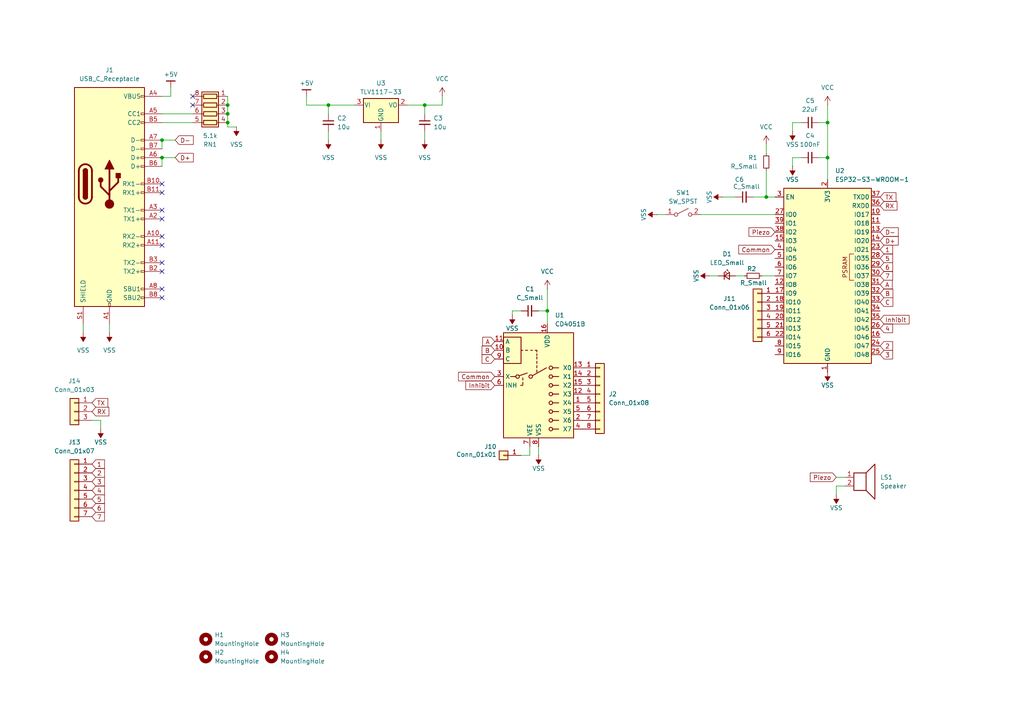
<source format=kicad_sch>
(kicad_sch (version 20231120) (generator "eeschema") (generator_version "8.0")
  (paper "A4")
  (lib_symbols
    (symbol "Analog_Switch:CD4051B"
      (property "Reference" "U" (at -10.16 16.51 0))
      (property "Value" "CD4051B" (at 3.81 16.51 0))
      (symbol "CD4051B_0_1"
        (rectangle (start -10.16 6.35) (end -5.08 13.97) (stroke (width 0.254)))
        (rectangle (start -10.16 15.24) (end 10.16 -15.24) (stroke (width 0.254)) (fill (type background)))
        (circle (center -6.096 2.54) (radius 0.508) (stroke (width 0.254)))
        (circle (center -2.286 2.54) (radius 0.508) (stroke (width 0.254)))
        (polyline (pts (xy -8.128 2.54) (xy -6.604 2.54)) (stroke (width 0.254)))
        (polyline (pts (xy -5.588 2.794) (xy -3.302 3.556)) (stroke (width 0.254)))
        (polyline (pts (xy -4.572 0) (xy -5.207 0)) (stroke (width 0.254)))
        (polyline (pts (xy -4.572 0.254) (xy -4.572 0.889)) (stroke (width 0.254)))
        (polyline (pts (xy -4.572 1.524) (xy -4.572 2.159)) (stroke (width 0.254)))
        (polyline (pts (xy -4.572 10.16) (xy -5.08 10.16)) (stroke (width 0.254)))
        (polyline (pts (xy -3.81 10.16) (xy -3.175 10.16)) (stroke (width 0.254)))
        (polyline (pts (xy -1.778 2.794) (xy 2.286 5.08)) (stroke (width 0.254)))
        (polyline (pts (xy -1.778 10.16) (xy -2.286 10.16)) (stroke (width 0.254)))
        (polyline (pts (xy -0.508 3.81) (xy -0.508 4.445)) (stroke (width 0.254)))
        (polyline (pts (xy -0.508 5.08) (xy -0.508 5.715)) (stroke (width 0.254)))
        (polyline (pts (xy -0.508 6.35) (xy -0.508 6.985)) (stroke (width 0.254)))
        (polyline (pts (xy -0.508 7.62) (xy -0.508 8.255)) (stroke (width 0.254)))
        (polyline (pts (xy -0.508 8.636) (xy -0.508 9.144)) (stroke (width 0.254)))
        (polyline (pts (xy -0.508 9.652) (xy -0.508 10.16)) (stroke (width 0.254)))
        (polyline (pts (xy -0.508 10.16) (xy -1.016 10.16)) (stroke (width 0.254)))
        (polyline (pts (xy 4.064 -12.7) (xy 5.842 -12.7)) (stroke (width 0.254)))
        (polyline (pts (xy 4.064 -10.16) (xy 5.842 -10.16)) (stroke (width 0.254)))
        (polyline (pts (xy 4.064 -7.62) (xy 5.842 -7.62)) (stroke (width 0.254)))
        (polyline (pts (xy 4.064 -5.08) (xy 5.842 -5.08)) (stroke (width 0.254)))
        (polyline (pts (xy 4.064 -2.54) (xy 5.842 -2.54)) (stroke (width 0.254)))
        (polyline (pts (xy 4.064 0) (xy 5.842 0)) (stroke (width 0.254)))
        (polyline (pts (xy 4.064 2.54) (xy 5.842 2.54)) (stroke (width 0.254)))
        (polyline (pts (xy 4.064 5.08) (xy 5.842 5.08)) (stroke (width 0.254)))
        (circle (center 3.556 -12.7) (radius 0.508) (stroke (width 0.254)))
        (circle (center 3.556 -10.16) (radius 0.508) (stroke (width 0.254)))
        (circle (center 3.556 -7.62) (radius 0.508) (stroke (width 0.254)))
        (circle (center 3.556 -5.08) (radius 0.508) (stroke (width 0.254)))
        (circle (center 3.556 -2.54) (radius 0.508) (stroke (width 0.254)))
        (circle (center 3.556 0) (radius 0.508) (stroke (width 0.254)))
        (circle (center 3.556 2.54) (radius 0.508) (stroke (width 0.254)))
        (circle (center 3.556 5.08) (radius 0.508) (stroke (width 0.254)))
      )
      (symbol "CD4051B_1_1"
        (pin bidirectional line (at 12.7 -5.08 180) (length 2.54) (name "X4") (number "1"))
        (pin input line (at -12.7 10.16 0) (length 2.54) (name "B") (number "10"))
        (pin input line (at -12.7 12.7 0) (length 2.54) (name "A") (number "11"))
        (pin bidirectional line (at 12.7 -2.54 180) (length 2.54) (name "X3") (number "12"))
        (pin bidirectional line (at 12.7 5.08 180) (length 2.54) (name "X0") (number "13"))
        (pin bidirectional line (at 12.7 2.54 180) (length 2.54) (name "X1") (number "14"))
        (pin bidirectional line (at 12.7 0 180) (length 2.54) (name "X2") (number "15"))
        (pin power_in line (at 2.54 17.78 270) (length 2.54) (name "VDD") (number "16"))
        (pin bidirectional line (at 12.7 -10.16 180) (length 2.54) (name "X6") (number "2"))
        (pin bidirectional line (at -12.7 2.54 0) (length 2.54) (name "X") (number "3"))
        (pin bidirectional line (at 12.7 -12.7 180) (length 2.54) (name "X7") (number "4"))
        (pin bidirectional line (at 12.7 -7.62 180) (length 2.54) (name "X5") (number "5"))
        (pin input line (at -12.7 0 0) (length 2.54) (name "INH") (number "6"))
        (pin power_in line (at -2.54 -17.78 90) (length 2.54) (name "VEE") (number "7"))
        (pin power_in line (at 0 -17.78 90) (length 2.54) (name "VSS") (number "8"))
        (pin input line (at -12.7 7.62 0) (length 2.54) (name "C") (number "9"))
      )
    )
    (symbol "Connector:USB_C_Receptacle" (pin_names (offset 1.016))
      (property "Reference" "J" (at -10.16 29.21 0))
      (property "Value" "USB_C_Receptacle" (at 10.16 29.21 0))
      (symbol "USB_C_Receptacle_0_0"
        (rectangle (start -0.254 -35.56) (end 0.254 -34.544))
        (rectangle (start 10.16 -32.766) (end 9.144 -33.274))
        (rectangle (start 10.16 -30.226) (end 9.144 -30.734))
        (rectangle (start 10.16 -25.146) (end 9.144 -25.654))
        (rectangle (start 10.16 -22.606) (end 9.144 -23.114))
        (rectangle (start 10.16 -17.526) (end 9.144 -18.034))
        (rectangle (start 10.16 -14.986) (end 9.144 -15.494))
        (rectangle (start 10.16 -9.906) (end 9.144 -10.414))
        (rectangle (start 10.16 -7.366) (end 9.144 -7.874))
        (rectangle (start 10.16 -2.286) (end 9.144 -2.794))
        (rectangle (start 10.16 0.254) (end 9.144 -0.254))
        (rectangle (start 10.16 5.334) (end 9.144 4.826))
        (rectangle (start 10.16 7.874) (end 9.144 7.366))
        (rectangle (start 10.16 10.414) (end 9.144 9.906))
        (rectangle (start 10.16 12.954) (end 9.144 12.446))
        (rectangle (start 10.16 18.034) (end 9.144 17.526))
        (rectangle (start 10.16 20.574) (end 9.144 20.066))
        (rectangle (start 10.16 25.654) (end 9.144 25.146))
      )
      (symbol "USB_C_Receptacle_0_1"
        (rectangle (start -10.16 27.94) (end 10.16 -35.56) (stroke (width 0.254)) (fill (type background)))
        (arc (start -8.89 -3.81) (mid -6.985 -5.7067) (end -5.08 -3.81) (stroke (width 0.508)))
        (arc (start -7.62 -3.81) (mid -6.985 -4.4423) (end -6.35 -3.81) (stroke (width 0.254)))
        (arc (start -7.62 -3.81) (mid -6.985 -4.4423) (end -6.35 -3.81) (stroke (width 0.254)) (fill (type outline)))
        (rectangle (start -7.62 -3.81) (end -6.35 3.81) (stroke (width 0.254)) (fill (type outline)))
        (arc (start -6.35 3.81) (mid -6.985 4.4423) (end -7.62 3.81) (stroke (width 0.254)))
        (arc (start -6.35 3.81) (mid -6.985 4.4423) (end -7.62 3.81) (stroke (width 0.254)) (fill (type outline)))
        (arc (start -5.08 3.81) (mid -6.985 5.7067) (end -8.89 3.81) (stroke (width 0.508)))
        (polyline (pts (xy -8.89 -3.81) (xy -8.89 3.81)) (stroke (width 0.508)))
        (polyline (pts (xy -5.08 3.81) (xy -5.08 -3.81)) (stroke (width 0.508)))
      )
      (symbol "USB_C_Receptacle_1_1"
        (circle (center -2.54 1.143) (radius 0.635) (stroke (width 0.254)) (fill (type outline)))
        (circle (center 0 -5.842) (radius 1.27) (fill (type outline)))
        (polyline (pts (xy 0 -5.842) (xy 0 4.318)) (stroke (width 0.508)))
        (polyline (pts (xy 0 -3.302) (xy -2.54 -0.762) (xy -2.54 0.508)) (stroke (width 0.508)))
        (polyline (pts (xy 0 -2.032) (xy 2.54 0.508) (xy 2.54 1.778)) (stroke (width 0.508)))
        (polyline (pts (xy -1.27 4.318) (xy 0 6.858) (xy 1.27 4.318) (xy -1.27 4.318)) (stroke (width 0.254)) (fill (type outline)))
        (rectangle (start 1.905 1.778) (end 3.175 3.048) (stroke (width 0.254)) (fill (type outline)))
        (pin passive line (at 0 -40.64 90) (length 5.08) (name "GND") (number "A1"))
        (pin bidirectional line (at 15.24 -15.24 180) (length 5.08) (name "RX2-") (number "A10"))
        (pin bidirectional line (at 15.24 -17.78 180) (length 5.08) (name "RX2+") (number "A11"))
        (pin passive line (at 0 -40.64 90) (length 5.08) hide (name "GND") (number "A12"))
        (pin bidirectional line (at 15.24 -10.16 180) (length 5.08) (name "TX1+") (number "A2"))
        (pin bidirectional line (at 15.24 -7.62 180) (length 5.08) (name "TX1-") (number "A3"))
        (pin passive line (at 15.24 25.4 180) (length 5.08) (name "VBUS") (number "A4"))
        (pin bidirectional line (at 15.24 20.32 180) (length 5.08) (name "CC1") (number "A5"))
        (pin bidirectional line (at 15.24 7.62 180) (length 5.08) (name "D+") (number "A6"))
        (pin bidirectional line (at 15.24 12.7 180) (length 5.08) (name "D-") (number "A7"))
        (pin bidirectional line (at 15.24 -30.48 180) (length 5.08) (name "SBU1") (number "A8"))
        (pin passive line (at 15.24 25.4 180) (length 5.08) hide (name "VBUS") (number "A9"))
        (pin passive line (at 0 -40.64 90) (length 5.08) hide (name "GND") (number "B1"))
        (pin bidirectional line (at 15.24 0 180) (length 5.08) (name "RX1-") (number "B10"))
        (pin bidirectional line (at 15.24 -2.54 180) (length 5.08) (name "RX1+") (number "B11"))
        (pin passive line (at 0 -40.64 90) (length 5.08) hide (name "GND") (number "B12"))
        (pin bidirectional line (at 15.24 -25.4 180) (length 5.08) (name "TX2+") (number "B2"))
        (pin bidirectional line (at 15.24 -22.86 180) (length 5.08) (name "TX2-") (number "B3"))
        (pin passive line (at 15.24 25.4 180) (length 5.08) hide (name "VBUS") (number "B4"))
        (pin bidirectional line (at 15.24 17.78 180) (length 5.08) (name "CC2") (number "B5"))
        (pin bidirectional line (at 15.24 5.08 180) (length 5.08) (name "D+") (number "B6"))
        (pin bidirectional line (at 15.24 10.16 180) (length 5.08) (name "D-") (number "B7"))
        (pin bidirectional line (at 15.24 -33.02 180) (length 5.08) (name "SBU2") (number "B8"))
        (pin passive line (at 15.24 25.4 180) (length 5.08) hide (name "VBUS") (number "B9"))
        (pin passive line (at -7.62 -40.64 90) (length 5.08) (name "SHIELD") (number "S1"))
      )
    )
    (symbol "Connector_Generic:Conn_01x01" (pin_names (offset 1.016) hide)
      (property "Reference" "J" (at 0 2.54 0))
      (property "Value" "Conn_01x01" (at 0 -2.54 0))
      (symbol "Conn_01x01_1_1"
        (rectangle (start -1.27 0.127) (end 0 -0.127) (stroke (width 0.1524)))
        (rectangle (start -1.27 1.27) (end 1.27 -1.27) (stroke (width 0.254)) (fill (type background)))
        (pin passive line (at -5.08 0 0) (length 3.81) (name "Pin_1") (number "1"))
      )
    )
    (symbol "Connector_Generic:Conn_01x03" (pin_names (offset 1.016) hide)
      (property "Reference" "J" (at 0 5.08 0))
      (property "Value" "Conn_01x03" (at 0 -5.08 0))
      (symbol "Conn_01x03_1_1"
        (rectangle (start -1.27 -2.413) (end 0 -2.667) (stroke (width 0.1524)))
        (rectangle (start -1.27 0.127) (end 0 -0.127) (stroke (width 0.1524)))
        (rectangle (start -1.27 2.667) (end 0 2.413) (stroke (width 0.1524)))
        (rectangle (start -1.27 3.81) (end 1.27 -3.81) (stroke (width 0.254)) (fill (type background)))
        (pin passive line (at -5.08 2.54 0) (length 3.81) (name "Pin_1") (number "1"))
        (pin passive line (at -5.08 0 0) (length 3.81) (name "Pin_2") (number "2"))
        (pin passive line (at -5.08 -2.54 0) (length 3.81) (name "Pin_3") (number "3"))
      )
    )
    (symbol "Connector_Generic:Conn_01x06" (pin_names (offset 1.016) hide)
      (property "Reference" "J" (at 0 7.62 0))
      (property "Value" "Conn_01x06" (at 0 -10.16 0))
      (symbol "Conn_01x06_1_1"
        (rectangle (start -1.27 -7.493) (end 0 -7.747) (stroke (width 0.1524)))
        (rectangle (start -1.27 -4.953) (end 0 -5.207) (stroke (width 0.1524)))
        (rectangle (start -1.27 -2.413) (end 0 -2.667) (stroke (width 0.1524)))
        (rectangle (start -1.27 0.127) (end 0 -0.127) (stroke (width 0.1524)))
        (rectangle (start -1.27 2.667) (end 0 2.413) (stroke (width 0.1524)))
        (rectangle (start -1.27 5.207) (end 0 4.953) (stroke (width 0.1524)))
        (rectangle (start -1.27 6.35) (end 1.27 -8.89) (stroke (width 0.254)) (fill (type background)))
        (pin passive line (at -5.08 5.08 0) (length 3.81) (name "Pin_1") (number "1"))
        (pin passive line (at -5.08 2.54 0) (length 3.81) (name "Pin_2") (number "2"))
        (pin passive line (at -5.08 0 0) (length 3.81) (name "Pin_3") (number "3"))
        (pin passive line (at -5.08 -2.54 0) (length 3.81) (name "Pin_4") (number "4"))
        (pin passive line (at -5.08 -5.08 0) (length 3.81) (name "Pin_5") (number "5"))
        (pin passive line (at -5.08 -7.62 0) (length 3.81) (name "Pin_6") (number "6"))
      )
    )
    (symbol "Connector_Generic:Conn_01x07" (pin_names (offset 1.016) hide)
      (property "Reference" "J" (at 0 10.16 0))
      (property "Value" "Conn_01x07" (at 0 -10.16 0))
      (symbol "Conn_01x07_1_1"
        (rectangle (start -1.27 -7.493) (end 0 -7.747) (stroke (width 0.1524)))
        (rectangle (start -1.27 -4.953) (end 0 -5.207) (stroke (width 0.1524)))
        (rectangle (start -1.27 -2.413) (end 0 -2.667) (stroke (width 0.1524)))
        (rectangle (start -1.27 0.127) (end 0 -0.127) (stroke (width 0.1524)))
        (rectangle (start -1.27 2.667) (end 0 2.413) (stroke (width 0.1524)))
        (rectangle (start -1.27 5.207) (end 0 4.953) (stroke (width 0.1524)))
        (rectangle (start -1.27 7.747) (end 0 7.493) (stroke (width 0.1524)))
        (rectangle (start -1.27 8.89) (end 1.27 -8.89) (stroke (width 0.254)) (fill (type background)))
        (pin passive line (at -5.08 7.62 0) (length 3.81) (name "Pin_1") (number "1"))
        (pin passive line (at -5.08 5.08 0) (length 3.81) (name "Pin_2") (number "2"))
        (pin passive line (at -5.08 2.54 0) (length 3.81) (name "Pin_3") (number "3"))
        (pin passive line (at -5.08 0 0) (length 3.81) (name "Pin_4") (number "4"))
        (pin passive line (at -5.08 -2.54 0) (length 3.81) (name "Pin_5") (number "5"))
        (pin passive line (at -5.08 -5.08 0) (length 3.81) (name "Pin_6") (number "6"))
        (pin passive line (at -5.08 -7.62 0) (length 3.81) (name "Pin_7") (number "7"))
      )
    )
    (symbol "Connector_Generic:Conn_01x08" (pin_names (offset 1.016) hide)
      (property "Reference" "J" (at 0 10.16 0))
      (property "Value" "Conn_01x08" (at 0 -12.7 0))
      (symbol "Conn_01x08_1_1"
        (rectangle (start -1.27 -10.033) (end 0 -10.287) (stroke (width 0.1524)))
        (rectangle (start -1.27 -7.493) (end 0 -7.747) (stroke (width 0.1524)))
        (rectangle (start -1.27 -4.953) (end 0 -5.207) (stroke (width 0.1524)))
        (rectangle (start -1.27 -2.413) (end 0 -2.667) (stroke (width 0.1524)))
        (rectangle (start -1.27 0.127) (end 0 -0.127) (stroke (width 0.1524)))
        (rectangle (start -1.27 2.667) (end 0 2.413) (stroke (width 0.1524)))
        (rectangle (start -1.27 5.207) (end 0 4.953) (stroke (width 0.1524)))
        (rectangle (start -1.27 7.747) (end 0 7.493) (stroke (width 0.1524)))
        (rectangle (start -1.27 8.89) (end 1.27 -11.43) (stroke (width 0.254)) (fill (type background)))
        (pin passive line (at -5.08 7.62 0) (length 3.81) (name "Pin_1") (number "1"))
        (pin passive line (at -5.08 5.08 0) (length 3.81) (name "Pin_2") (number "2"))
        (pin passive line (at -5.08 2.54 0) (length 3.81) (name "Pin_3") (number "3"))
        (pin passive line (at -5.08 0 0) (length 3.81) (name "Pin_4") (number "4"))
        (pin passive line (at -5.08 -2.54 0) (length 3.81) (name "Pin_5") (number "5"))
        (pin passive line (at -5.08 -5.08 0) (length 3.81) (name "Pin_6") (number "6"))
        (pin passive line (at -5.08 -7.62 0) (length 3.81) (name "Pin_7") (number "7"))
        (pin passive line (at -5.08 -10.16 0) (length 3.81) (name "Pin_8") (number "8"))
      )
    )
    (symbol "Device:C_Small" (pin_numbers hide) (pin_names (offset 0.254) hide)
      (property "Reference" "C" (at 0.254 1.778 0))
      (property "Value" "C_Small" (at 0.254 -2.032 0))
      (symbol "C_Small_0_1"
        (polyline (pts (xy -1.524 -0.508) (xy 1.524 -0.508)) (stroke (width 0.3302)))
        (polyline (pts (xy -1.524 0.508) (xy 1.524 0.508)) (stroke (width 0.3048)))
      )
      (symbol "C_Small_1_1"
        (pin passive line (at 0 2.54 270) (length 2.032) (name "~") (number "1"))
        (pin passive line (at 0 -2.54 90) (length 2.032) (name "~") (number "2"))
      )
    )
    (symbol "Device:LED_Small" (pin_numbers hide) (pin_names (offset 0.254) hide)
      (property "Reference" "D" (at -1.27 3.175 0))
      (property "Value" "LED_Small" (at -4.445 -2.54 0))
      (symbol "LED_Small_0_1"
        (polyline (pts (xy -0.762 -1.016) (xy -0.762 1.016)) (stroke (width 0.254)))
        (polyline (pts (xy 1.016 0) (xy -0.762 0)))
        (polyline (pts (xy 0.762 -1.016) (xy -0.762 0) (xy 0.762 1.016) (xy 0.762 -1.016)) (stroke (width 0.254)))
        (polyline (pts (xy 0 0.762) (xy -0.508 1.27) (xy -0.254 1.27) (xy -0.508 1.27) (xy -0.508 1.016)))
        (polyline (pts (xy 0.508 1.27) (xy 0 1.778) (xy 0.254 1.778) (xy 0 1.778) (xy 0 1.524)))
      )
      (symbol "LED_Small_1_1"
        (pin passive line (at -2.54 0 0) (length 1.778) (name "K") (number "1"))
        (pin passive line (at 2.54 0 180) (length 1.778) (name "A") (number "2"))
      )
    )
    (symbol "Device:R_Pack04" (pin_names (offset 0) hide)
      (property "Reference" "RN" (at -7.62 0 90))
      (property "Value" "R_Pack04" (at 5.08 0 90))
      (symbol "R_Pack04_0_1"
        (rectangle (start -6.35 -2.413) (end 3.81 2.413) (stroke (width 0.254)) (fill (type background)))
        (rectangle (start -5.715 1.905) (end -4.445 -1.905) (stroke (width 0.254)))
        (rectangle (start -3.175 1.905) (end -1.905 -1.905) (stroke (width 0.254)))
        (rectangle (start -0.635 1.905) (end 0.635 -1.905) (stroke (width 0.254)))
        (polyline (pts (xy -5.08 -2.54) (xy -5.08 -1.905)))
        (polyline (pts (xy -5.08 1.905) (xy -5.08 2.54)))
        (polyline (pts (xy -2.54 -2.54) (xy -2.54 -1.905)))
        (polyline (pts (xy -2.54 1.905) (xy -2.54 2.54)))
        (polyline (pts (xy 0 -2.54) (xy 0 -1.905)))
        (polyline (pts (xy 0 1.905) (xy 0 2.54)))
        (polyline (pts (xy 2.54 -2.54) (xy 2.54 -1.905)))
        (polyline (pts (xy 2.54 1.905) (xy 2.54 2.54)))
        (rectangle (start 1.905 1.905) (end 3.175 -1.905) (stroke (width 0.254)))
      )
      (symbol "R_Pack04_1_1"
        (pin passive line (at -5.08 -5.08 90) (length 2.54) (name "R1.1") (number "1"))
        (pin passive line (at -2.54 -5.08 90) (length 2.54) (name "R2.1") (number "2"))
        (pin passive line (at 0 -5.08 90) (length 2.54) (name "R3.1") (number "3"))
        (pin passive line (at 2.54 -5.08 90) (length 2.54) (name "R4.1") (number "4"))
        (pin passive line (at 2.54 5.08 270) (length 2.54) (name "R4.2") (number "5"))
        (pin passive line (at 0 5.08 270) (length 2.54) (name "R3.2") (number "6"))
        (pin passive line (at -2.54 5.08 270) (length 2.54) (name "R2.2") (number "7"))
        (pin passive line (at -5.08 5.08 270) (length 2.54) (name "R1.2") (number "8"))
      )
    )
    (symbol "Device:R_Small" (pin_numbers hide) (pin_names (offset 0.254) hide)
      (property "Reference" "R" (at 0.762 0.508 0))
      (property "Value" "R_Small" (at 0.762 -1.016 0))
      (symbol "R_Small_0_1"
        (rectangle (start -0.762 1.778) (end 0.762 -1.778) (stroke (width 0.2032)))
      )
      (symbol "R_Small_1_1"
        (pin passive line (at 0 2.54 270) (length 0.762) (name "~") (number "1"))
        (pin passive line (at 0 -2.54 90) (length 0.762) (name "~") (number "2"))
      )
    )
    (symbol "Device:Speaker" (pin_names (offset 0) hide)
      (property "Reference" "LS" (at 1.27 5.715 0))
      (property "Value" "Speaker" (at 1.27 3.81 0))
      (symbol "Speaker_0_0"
        (rectangle (start -2.54 1.27) (end 1.016 -3.81) (stroke (width 0.254)))
        (polyline (pts (xy 1.016 1.27) (xy 3.556 3.81) (xy 3.556 -6.35) (xy 1.016 -3.81)) (stroke (width 0.254)))
      )
      (symbol "Speaker_1_1"
        (pin input line (at -5.08 0 0) (length 2.54) (name "1") (number "1"))
        (pin input line (at -5.08 -2.54 0) (length 2.54) (name "2") (number "2"))
      )
    )
    (symbol "Mechanical:MountingHole" (pin_names (offset 1.016))
      (property "Reference" "H" (at 0 5.08 0))
      (property "Value" "MountingHole" (at 0 3.175 0))
      (symbol "MountingHole_0_1"
        (circle (center 0 0) (radius 1.27) (stroke (width 1.27)))
      )
    )
    (symbol "RF_Module:ESP32-S3-WROOM-1"
      (property "Reference" "U" (at -12.7 26.67 0))
      (property "Value" "ESP32-S3-WROOM-1" (at 12.7 26.67 0))
      (symbol "ESP32-S3-WROOM-1_0_0"
        (rectangle (start -12.7 25.4) (end 12.7 -25.4) (stroke (width 0.254)) (fill (type background)))
        (text "PSRAM" (at 5.08 2.54 900) (effects (font (size 1.27 1.27))))
      )
      (symbol "ESP32-S3-WROOM-1_0_1"
        (polyline (pts (xy 7.62 -1.27) (xy 6.35 -1.27) (xy 6.35 6.35) (xy 7.62 6.35)))
      )
      (symbol "ESP32-S3-WROOM-1_1_1"
        (pin power_in line (at 0 -27.94 90) (length 2.54) (name "GND") (number "1"))
        (pin bidirectional line (at 15.24 17.78 180) (length 2.54) (name "IO17") (number "10"))
        (pin bidirectional line (at 15.24 15.24 180) (length 2.54) (name "IO18") (number "11"))
        (pin bidirectional line (at -15.24 -2.54 0) (length 2.54) (name "IO8") (number "12"))
        (pin bidirectional line (at 15.24 12.7 180) (length 2.54) (name "IO19") (number "13"))
        (pin bidirectional line (at 15.24 10.16 180) (length 2.54) (name "IO20") (number "14"))
        (pin bidirectional line (at -15.24 10.16 0) (length 2.54) (name "IO3") (number "15"))
        (pin bidirectional line (at 15.24 -17.78 180) (length 2.54) (name "IO46") (number "16"))
        (pin bidirectional line (at -15.24 -5.08 0) (length 2.54) (name "IO9") (number "17"))
        (pin bidirectional line (at -15.24 -7.62 0) (length 2.54) (name "IO10") (number "18"))
        (pin bidirectional line (at -15.24 -10.16 0) (length 2.54) (name "IO11") (number "19"))
        (pin power_in line (at 0 27.94 270) (length 2.54) (name "3V3") (number "2"))
        (pin bidirectional line (at -15.24 -12.7 0) (length 2.54) (name "IO12") (number "20"))
        (pin bidirectional line (at -15.24 -15.24 0) (length 2.54) (name "IO13") (number "21"))
        (pin bidirectional line (at -15.24 -17.78 0) (length 2.54) (name "IO14") (number "22"))
        (pin bidirectional line (at 15.24 7.62 180) (length 2.54) (name "IO21") (number "23"))
        (pin bidirectional line (at 15.24 -20.32 180) (length 2.54) (name "IO47") (number "24"))
        (pin bidirectional line (at 15.24 -22.86 180) (length 2.54) (name "IO48") (number "25"))
        (pin bidirectional line (at 15.24 -15.24 180) (length 2.54) (name "IO45") (number "26"))
        (pin bidirectional line (at -15.24 17.78 0) (length 2.54) (name "IO0") (number "27"))
        (pin bidirectional line (at 15.24 5.08 180) (length 2.54) (name "IO35") (number "28"))
        (pin bidirectional line (at 15.24 2.54 180) (length 2.54) (name "IO36") (number "29"))
        (pin input line (at -15.24 22.86 0) (length 2.54) (name "EN") (number "3"))
        (pin bidirectional line (at 15.24 0 180) (length 2.54) (name "IO37") (number "30"))
        (pin bidirectional line (at 15.24 -2.54 180) (length 2.54) (name "IO38") (number "31"))
        (pin bidirectional line (at 15.24 -5.08 180) (length 2.54) (name "IO39") (number "32"))
        (pin bidirectional line (at 15.24 -7.62 180) (length 2.54) (name "IO40") (number "33"))
        (pin bidirectional line (at 15.24 -10.16 180) (length 2.54) (name "IO41") (number "34"))
        (pin bidirectional line (at 15.24 -12.7 180) (length 2.54) (name "IO42") (number "35"))
        (pin bidirectional line (at 15.24 20.32 180) (length 2.54) (name "RXD0") (number "36"))
        (pin bidirectional line (at 15.24 22.86 180) (length 2.54) (name "TXD0") (number "37"))
        (pin bidirectional line (at -15.24 12.7 0) (length 2.54) (name "IO2") (number "38"))
        (pin bidirectional line (at -15.24 15.24 0) (length 2.54) (name "IO1") (number "39"))
        (pin bidirectional line (at -15.24 7.62 0) (length 2.54) (name "IO4") (number "4"))
        (pin passive line (at 0 -27.94 90) (length 2.54) hide (name "GND") (number "40"))
        (pin passive line (at 0 -27.94 90) (length 2.54) hide (name "GND") (number "41"))
        (pin bidirectional line (at -15.24 5.08 0) (length 2.54) (name "IO5") (number "5"))
        (pin bidirectional line (at -15.24 2.54 0) (length 2.54) (name "IO6") (number "6"))
        (pin bidirectional line (at -15.24 0 0) (length 2.54) (name "IO7") (number "7"))
        (pin bidirectional line (at -15.24 -20.32 0) (length 2.54) (name "IO15") (number "8"))
        (pin bidirectional line (at -15.24 -22.86 0) (length 2.54) (name "IO16") (number "9"))
      )
    )
    (symbol "Regulator_Linear:TLV1117-33" (pin_names (offset 0.254))
      (property "Reference" "U" (at -3.81 3.175 0))
      (property "Value" "TLV1117-33" (at 0 3.175 0))
      (symbol "TLV1117-33_0_1"
        (rectangle (start -5.08 -5.08) (end 5.08 1.905) (stroke (width 0.254)) (fill (type background)))
      )
      (symbol "TLV1117-33_1_1"
        (pin power_in line (at 0 -7.62 90) (length 2.54) (name "GND") (number "1"))
        (pin power_out line (at 7.62 0 180) (length 2.54) (name "VO") (number "2"))
        (pin power_in line (at -7.62 0 0) (length 2.54) (name "VI") (number "3"))
      )
    )
    (symbol "Switch:SW_SPST" (pin_names (offset 0) hide)
      (property "Reference" "SW" (at 0 3.175 0))
      (property "Value" "SW_SPST" (at 0 -2.54 0))
      (symbol "SW_SPST_0_0"
        (circle (center -2.032 0) (radius 0.508))
        (polyline (pts (xy -1.524 0.254) (xy 1.524 1.778)))
        (circle (center 2.032 0) (radius 0.508))
      )
      (symbol "SW_SPST_1_1"
        (pin passive line (at -5.08 0 0) (length 2.54) (name "A") (number "1"))
        (pin passive line (at 5.08 0 180) (length 2.54) (name "B") (number "2"))
      )
    )
    (symbol "gkl_power:+5V" (power) (pin_names (offset 0))
      (property "Value" "+5V" (at 0 3.175 0))
      (symbol "+5V_0_1"
        (polyline (pts (xy -1.27 1.905) (xy 1.27 1.905)) (stroke (width 0.3048)))
        (polyline (pts (xy 0 0) (xy 0 1.905)))
      )
      (symbol "+5V_1_1"
        (pin power_in line (at 0 0 90) (length 0) hide (name "+5V") (number "1"))
      )
    )
    (symbol "power:VCC" (power) (pin_numbers hide) (pin_names (offset 0) hide)
      (property "Value" "VCC" (at 0 3.556 0))
      (symbol "VCC_0_1"
        (polyline (pts (xy -0.762 1.27) (xy 0 2.54)))
        (polyline (pts (xy 0 0) (xy 0 2.54)))
        (polyline (pts (xy 0 2.54) (xy 0.762 1.27)))
      )
      (symbol "VCC_1_1"
        (pin power_in line (at 0 0 90) (length 0) (name "~") (number "1"))
      )
    )
    (symbol "power:VSS" (power) (pin_numbers hide) (pin_names (offset 0) hide)
      (property "Value" "VSS" (at 0 3.556 0))
      (symbol "VSS_0_1"
        (polyline (pts (xy 0 0) (xy 0 2.54)))
        (polyline (pts (xy 0.762 1.27) (xy -0.762 1.27) (xy 0 2.54) (xy 0.762 1.27)) (fill (type outline)))
      )
      (symbol "VSS_1_1"
        (pin power_in line (at 0 0 90) (length 0) (name "~") (number "1"))
      )
    )
  )
  (junction (at 66.04 30.48))
  (junction (at 240.03 45.72))
  (junction (at 222.25 57.15))
  (junction (at 123.19 30.48))
  (junction (at 240.03 35.56))
  (junction (at 66.04 35.56))
  (junction (at 46.99 45.72))
  (junction (at 95.25 30.48))
  (junction (at 158.75 90.17))
  (junction (at 46.99 40.64))
  (junction (at 66.04 33.02))
  (no_connect (at 46.99 60.96))
  (no_connect (at 46.99 55.88))
  (no_connect (at 46.99 83.82))
  (no_connect (at 46.99 78.74))
  (no_connect (at 46.99 68.58))
  (no_connect (at 46.99 76.2))
  (no_connect (at 46.99 71.12))
  (no_connect (at 46.99 53.34))
  (no_connect (at 46.99 86.36))
  (no_connect (at 46.99 63.5))
  (no_connect (at 55.88 27.94))
  (no_connect (at 55.88 30.48))
  (wire (pts (xy 242.57 140.97) (xy 245.11 140.97)))
  (wire (pts (xy 209.55 57.15) (xy 213.36 57.15)))
  (wire (pts (xy 229.87 38.1) (xy 229.87 35.56)))
  (wire (pts (xy 46.99 45.72) (xy 50.8 45.72)))
  (wire (pts (xy 29.21 121.92) (xy 26.67 121.92)))
  (wire (pts (xy 66.04 36.83) (xy 66.04 35.56)))
  (wire (pts (xy 229.87 45.72) (xy 232.41 45.72)))
  (wire (pts (xy 240.03 45.72) (xy 240.03 52.07)))
  (wire (pts (xy 213.36 80.01) (xy 215.9 80.01)))
  (wire (pts (xy 66.04 27.94) (xy 66.04 30.48)))
  (wire (pts (xy 240.03 30.48) (xy 240.03 35.56)))
  (wire (pts (xy 68.58 36.83) (xy 66.04 36.83)))
  (wire (pts (xy 218.44 57.15) (xy 222.25 57.15)))
  (wire (pts (xy 242.57 143.51) (xy 242.57 140.97)))
  (wire (pts (xy 46.99 33.02) (xy 55.88 33.02)))
  (wire (pts (xy 148.59 90.17) (xy 151.13 90.17)))
  (wire (pts (xy 222.25 41.91) (xy 222.25 44.45)))
  (wire (pts (xy 95.25 38.1) (xy 95.25 40.64)))
  (wire (pts (xy 95.25 30.48) (xy 95.25 33.02)))
  (wire (pts (xy 46.99 35.56) (xy 55.88 35.56)))
  (wire (pts (xy 222.25 49.53) (xy 222.25 57.15)))
  (wire (pts (xy 29.21 124.46) (xy 29.21 121.92)))
  (wire (pts (xy 88.9 30.48) (xy 95.25 30.48)))
  (wire (pts (xy 203.2 62.23) (xy 224.79 62.23)))
  (wire (pts (xy 88.9 27.94) (xy 88.9 30.48)))
  (wire (pts (xy 95.25 30.48) (xy 102.87 30.48)))
  (wire (pts (xy 229.87 48.26) (xy 229.87 45.72)))
  (wire (pts (xy 46.99 40.64) (xy 46.99 43.18)))
  (wire (pts (xy 158.75 90.17) (xy 158.75 93.98)))
  (wire (pts (xy 49.53 27.94) (xy 49.53 25.4)))
  (wire (pts (xy 110.49 38.1) (xy 110.49 40.64)))
  (wire (pts (xy 46.99 27.94) (xy 49.53 27.94)))
  (wire (pts (xy 123.19 38.1) (xy 123.19 40.64)))
  (wire (pts (xy 158.75 83.82) (xy 158.75 90.17)))
  (wire (pts (xy 148.59 91.44) (xy 148.59 90.17)))
  (wire (pts (xy 66.04 33.02) (xy 66.04 35.56)))
  (wire (pts (xy 229.87 35.56) (xy 232.41 35.56)))
  (wire (pts (xy 118.11 30.48) (xy 123.19 30.48)))
  (wire (pts (xy 156.21 90.17) (xy 158.75 90.17)))
  (wire (pts (xy 151.13 132.08) (xy 153.67 132.08)))
  (wire (pts (xy 190.5 62.23) (xy 193.04 62.23)))
  (wire (pts (xy 205.74 80.01) (xy 208.28 80.01)))
  (wire (pts (xy 66.04 30.48) (xy 66.04 33.02)))
  (wire (pts (xy 240.03 35.56) (xy 240.03 45.72)))
  (wire (pts (xy 128.27 27.94) (xy 128.27 30.48)))
  (wire (pts (xy 24.13 93.98) (xy 24.13 96.52)))
  (wire (pts (xy 153.67 132.08) (xy 153.67 129.54)))
  (wire (pts (xy 31.75 93.98) (xy 31.75 96.52)))
  (wire (pts (xy 237.49 35.56) (xy 240.03 35.56)))
  (wire (pts (xy 156.21 129.54) (xy 156.21 132.08)))
  (wire (pts (xy 46.99 40.64) (xy 50.8 40.64)))
  (wire (pts (xy 123.19 30.48) (xy 128.27 30.48)))
  (wire (pts (xy 123.19 30.48) (xy 123.19 33.02)))
  (wire (pts (xy 242.57 138.43) (xy 245.11 138.43)))
  (wire (pts (xy 46.99 48.26) (xy 46.99 45.72)))
  (wire (pts (xy 237.49 45.72) (xy 240.03 45.72)))
  (wire (pts (xy 220.98 80.01) (xy 224.79 80.01)))
  (wire (pts (xy 222.25 57.15) (xy 224.79 57.15)))
  (global_label "D-" (shape input) (at 50.8 40.64 0) (property "Intersheetrefs" "${INTERSHEET_REFS}" (effects (hide yes))))
  (global_label "3" (shape input) (at 255.27 102.87 0) (property "Intersheetrefs" "${INTERSHEET_REFS}" (effects (hide yes))))
  (global_label "D+" (shape input) (at 255.27 69.85 0) (property "Intersheetrefs" "${INTERSHEET_REFS}" (effects (hide yes))))
  (global_label "1" (shape input) (at 255.27 72.39 0) (property "Intersheetrefs" "${INTERSHEET_REFS}" (effects (hide yes))))
  (global_label "6" (shape input) (at 255.27 77.47 0) (property "Intersheetrefs" "${INTERSHEET_REFS}" (effects (hide yes))))
  (global_label "6" (shape input) (at 26.67 147.32 0) (property "Intersheetrefs" "${INTERSHEET_REFS}" (effects (hide yes))))
  (global_label "Inhibit" (shape input) (at 143.51 111.76 180) (property "Intersheetrefs" "${INTERSHEET_REFS}" (effects (hide yes))))
  (global_label "A" (shape input) (at 143.51 99.06 180) (property "Intersheetrefs" "${INTERSHEET_REFS}" (effects (hide yes))))
  (global_label "TX" (shape input) (at 255.27 57.15 0) (property "Intersheetrefs" "${INTERSHEET_REFS}" (effects (hide yes))))
  (global_label "Piezo" (shape input) (at 242.57 138.43 180) (property "Intersheetrefs" "${INTERSHEET_REFS}" (effects (hide yes))))
  (global_label "Piezo" (shape input) (at 224.79 67.31 180) (property "Intersheetrefs" "${INTERSHEET_REFS}" (effects (hide yes))))
  (global_label "4" (shape input) (at 255.27 95.25 0) (property "Intersheetrefs" "${INTERSHEET_REFS}" (effects (hide yes))))
  (global_label "3" (shape input) (at 26.67 139.7 0) (property "Intersheetrefs" "${INTERSHEET_REFS}" (effects (hide yes))))
  (global_label "Common" (shape input) (at 143.51 109.22 180) (property "Intersheetrefs" "${INTERSHEET_REFS}" (effects (hide yes))))
  (global_label "C" (shape input) (at 143.51 104.14 180) (property "Intersheetrefs" "${INTERSHEET_REFS}" (effects (hide yes))))
  (global_label "A" (shape input) (at 255.27 82.55 0) (property "Intersheetrefs" "${INTERSHEET_REFS}" (effects (hide yes))))
  (global_label "Inhibit" (shape input) (at 255.27 92.71 0) (property "Intersheetrefs" "${INTERSHEET_REFS}" (effects (hide yes))))
  (global_label "5" (shape input) (at 255.27 74.93 0) (property "Intersheetrefs" "${INTERSHEET_REFS}" (effects (hide yes))))
  (global_label "7" (shape input) (at 255.27 80.01 0) (property "Intersheetrefs" "${INTERSHEET_REFS}" (effects (hide yes))))
  (global_label "B" (shape input) (at 255.27 85.09 0) (property "Intersheetrefs" "${INTERSHEET_REFS}" (effects (hide yes))))
  (global_label "D-" (shape input) (at 255.27 67.31 0) (property "Intersheetrefs" "${INTERSHEET_REFS}" (effects (hide yes))))
  (global_label "1" (shape input) (at 26.67 134.62 0) (property "Intersheetrefs" "${INTERSHEET_REFS}" (effects (hide yes))))
  (global_label "C" (shape input) (at 255.27 87.63 0) (property "Intersheetrefs" "${INTERSHEET_REFS}" (effects (hide yes))))
  (global_label "TX" (shape input) (at 26.67 116.84 0) (property "Intersheetrefs" "${INTERSHEET_REFS}" (effects (hide yes))))
  (global_label "RX" (shape input) (at 26.67 119.38 0) (property "Intersheetrefs" "${INTERSHEET_REFS}" (effects (hide yes))))
  (global_label "D+" (shape input) (at 50.8 45.72 0) (property "Intersheetrefs" "${INTERSHEET_REFS}" (effects (hide yes))))
  (global_label "2" (shape input) (at 255.27 100.33 0) (property "Intersheetrefs" "${INTERSHEET_REFS}" (effects (hide yes))))
  (global_label "2" (shape input) (at 26.67 137.16 0) (property "Intersheetrefs" "${INTERSHEET_REFS}" (effects (hide yes))))
  (global_label "4" (shape input) (at 26.67 142.24 0) (property "Intersheetrefs" "${INTERSHEET_REFS}" (effects (hide yes))))
  (global_label "Common" (shape input) (at 224.79 72.39 180) (property "Intersheetrefs" "${INTERSHEET_REFS}" (effects (hide yes))))
  (global_label "RX" (shape input) (at 255.27 59.69 0) (property "Intersheetrefs" "${INTERSHEET_REFS}" (effects (hide yes))))
  (global_label "B" (shape input) (at 143.51 101.6 180) (property "Intersheetrefs" "${INTERSHEET_REFS}" (effects (hide yes))))
  (global_label "7" (shape input) (at 26.67 149.86 0) (property "Intersheetrefs" "${INTERSHEET_REFS}" (effects (hide yes))))
  (global_label "5" (shape input) (at 26.67 144.78 0) (property "Intersheetrefs" "${INTERSHEET_REFS}" (effects (hide yes))))
  (symbol (lib_id "power:VSS") (at 240.03 107.95 180) (unit 1)
    (property "Reference" "#PWR07" (effects (hide yes)))
    (property "Value" "VSS" (at 240.03 111.76 0))
  )
  (symbol (lib_id "power:VSS") (at 123.19 40.64 180) (unit 1)
    (property "Reference" "#PWR011" (effects (hide yes)))
    (property "Value" "VSS" (at 123.19 45.72 0))
  )
  (symbol (lib_id "power:VCC") (at 158.75 83.82 0) (unit 1)
    (property "Reference" "#PWR013" (effects (hide yes)))
    (property "Value" "VCC" (at 158.75 78.74 0))
  )
  (symbol (lib_id "power:VSS") (at 205.74 80.01 90) (unit 1)
    (property "Reference" "#PWR019" (effects (hide yes)))
    (property "Value" "VSS" (at 201.93 80.01 0))
  )
  (symbol (lib_id "Connector_Generic:Conn_01x01") (at 146.05 132.08 0) (mirror y) (unit 1)
    (property "Reference" "J10" (at 142.24 129.54 0))
    (property "Value" "Conn_01x01" (at 138.176 131.826 0))
    (property "Footprint" "Connector_PinHeader_2.54mm:PinHeader_1x01_P2.54mm_Vertical" (effects (hide yes)))
    (property "Description" "Generic connector, single row, 01x01, script generated (kicad-library-utils/schlib/autogen/connector/)" (effects (hide yes)))
  )
  (symbol (lib_id "power:VSS") (at 209.55 57.15 90) (unit 1)
    (property "Reference" "#PWR018" (effects (hide yes)))
    (property "Value" "VSS" (at 205.74 57.15 0))
  )
  (symbol (lib_id "Device:C_Small") (at 215.9 57.15 90) (unit 1)
    (property "Reference" "C6" (at 213.106 52.07 90) (effects (justify right)))
    (property "Value" "C_Small" (at 212.598 54.102 90) (effects (justify right)))
    (property "Footprint" "Capacitor_SMD:C_0805_2012Metric" (effects (hide yes)))
    (property "Description" "Unpolarized capacitor, small symbol" (effects (hide yes)))
  )
  (symbol (lib_id "power:VSS") (at 68.58 36.83 180) (unit 1)
    (property "Reference" "#PWR04" (effects (hide yes)))
    (property "Value" "VSS" (at 68.58 41.91 0))
  )
  (symbol (lib_id "Mechanical:MountingHole") (at 59.69 185.42 0) (unit 1)
    (property "Reference" "H1" (at 62.23 184.15 0) (effects (justify left)))
    (property "Value" "MountingHole" (at 62.23 186.69 0) (effects (justify left)))
    (property "Footprint" "MountingHole:MountingHole_2.2mm_M2" (effects (hide yes)))
  )
  (symbol (lib_id "Connector_Generic:Conn_01x06") (at 219.71 90.17 0) (mirror y) (unit 1)
    (property "Reference" "J11" (at 211.582 86.614 0))
    (property "Value" "Conn_01x06" (at 211.582 89.154 0))
    (property "Footprint" "Connector_PinHeader_2.54mm:PinHeader_1x06_P2.54mm_Vertical" (effects (hide yes)))
    (property "Description" "Generic connector, single row, 01x06, script generated (kicad-library-utils/schlib/autogen/connector/)" (effects (hide yes)))
  )
  (symbol (lib_id "Connector_Generic:Conn_01x08") (at 173.99 114.3 0) (unit 1)
    (property "Reference" "J2" (at 176.53 114.2999 0) (effects (justify left)))
    (property "Value" "Conn_01x08" (at 176.53 116.8399 0) (effects (justify left)))
    (property "Footprint" "UE_Buttons:8CapDemo" (effects (hide yes)))
    (property "Description" "Generic connector, single row, 01x08, script generated (kicad-library-utils/schlib/autogen/connector/)" (effects (hide yes)))
  )
  (symbol (lib_id "Regulator_Linear:TLV1117-33") (at 110.49 30.48 0) (unit 1)
    (property "Reference" "U3" (at 110.49 24.13 0))
    (property "Value" "TLV1117-33" (at 110.49 26.67 0))
    (property "Footprint" "Package_TO_SOT_SMD:SOT-223-3_TabPin2" (effects (hide yes)))
    (property "Datasheet" "http://www.ti.com/lit/ds/symlink/tlv1117.pdf" (effects (hide yes)))
  )
  (symbol (lib_id "power:VSS") (at 24.13 96.52 180) (unit 1)
    (property "Reference" "#PWR01" (effects (hide yes)))
    (property "Value" "VSS" (at 24.13 101.6 0))
  )
  (symbol (lib_id "Analog_Switch:CD4051B") (at 156.21 111.76 0) (unit 1)
    (property "Reference" "U1" (at 160.9441 91.44 0) (effects (justify left)))
    (property "Value" "CD4051B" (at 160.9441 93.98 0) (effects (justify left)))
    (property "Footprint" "Package_SO:SO-16_3.9x9.9mm_P1.27mm" (effects (hide yes)))
    (property "Datasheet" "http://www.ti.com/lit/ds/symlink/cd4052b.pdf" (effects (hide yes)))
    (property "Description" "CMOS single 8-channel analog multiplexer demultiplexer, TSSOP-16/DIP-16/SOIC-16" (effects (hide yes)))
  )
  (symbol (lib_id "Device:C_Small") (at 123.19 35.56 0) (unit 1)
    (property "Reference" "C3" (at 125.73 34.2963 0) (effects (justify left)))
    (property "Value" "10u" (at 125.73 36.8363 0) (effects (justify left)))
    (property "Footprint" "Capacitor_SMD:C_0805_2012Metric" (effects (hide yes)))
  )
  (symbol (lib_id "Connector_Generic:Conn_01x03") (at 21.59 119.38 0) (mirror y) (unit 1)
    (property "Reference" "J14" (at 21.59 110.49 0))
    (property "Value" "Conn_01x03" (at 21.59 113.03 0))
    (property "Footprint" "Connector_PinHeader_2.54mm:PinHeader_1x03_P2.54mm_Vertical" (effects (hide yes)))
    (property "Description" "Generic connector, single row, 01x03, script generated (kicad-library-utils/schlib/autogen/connector/)" (effects (hide yes)))
  )
  (symbol (lib_id "power:VSS") (at 110.49 40.64 180) (unit 1)
    (property "Reference" "#PWR010" (effects (hide yes)))
    (property "Value" "VSS" (at 110.49 45.72 0))
  )
  (symbol (lib_id "Device:Speaker") (at 250.19 138.43 0) (unit 1)
    (property "Reference" "LS1" (at 255.27 138.4299 0) (effects (justify left)))
    (property "Value" "Speaker" (at 255.27 140.9699 0) (effects (justify left)))
    (property "Footprint" "Buzzer_Beeper:Buzzer_Mallory_AST1240MLQ" (effects (hide yes)))
    (property "Description" "Speaker" (effects (hide yes)))
  )
  (symbol (lib_id "Device:R_Small") (at 218.44 80.01 90) (unit 1)
    (property "Reference" "R2" (at 216.662 77.978 90) (effects (justify right)))
    (property "Value" "R_Small" (at 214.63 82.042 90) (effects (justify right)))
    (property "Footprint" "Resistor_SMD:R_0805_2012Metric" (effects (hide yes)))
    (property "Description" "Resistor, small symbol" (effects (hide yes)))
  )
  (symbol (lib_id "power:VSS") (at 95.25 40.64 180) (unit 1)
    (property "Reference" "#PWR09" (effects (hide yes)))
    (property "Value" "VSS" (at 95.25 45.72 0))
  )
  (symbol (lib_id "Device:C_Small") (at 234.95 35.56 90) (unit 1)
    (property "Reference" "C5" (at 234.9563 29.21 90))
    (property "Value" "22uF" (at 234.9563 31.75 90))
    (property "Footprint" "Capacitor_SMD:C_0805_2012Metric" (effects (hide yes)))
    (property "Description" "Unpolarized capacitor, small symbol" (effects (hide yes)))
  )
  (symbol (lib_id "Device:R_Pack04") (at 60.96 33.02 90) (mirror x) (unit 1)
    (property "Reference" "RN1" (at 60.96 41.91 90))
    (property "Value" "5.1k" (at 60.96 39.37 90))
    (property "Footprint" "Resistor_SMD:R_Array_Convex_4x0603" (effects (hide yes)))
  )
  (symbol (lib_id "power:VSS") (at 229.87 38.1 180) (unit 1)
    (property "Reference" "#PWR016" (effects (hide yes)))
    (property "Value" "VSS" (at 229.87 41.91 0))
  )
  (symbol (lib_id "power:VSS") (at 31.75 96.52 180) (unit 1)
    (property "Reference" "#PWR02" (effects (hide yes)))
    (property "Value" "VSS" (at 31.75 101.6 0))
  )
  (symbol (lib_id "Connector:USB_C_Receptacle") (at 31.75 53.34 0) (unit 1)
    (property "Reference" "J1" (at 31.75 20.32 0))
    (property "Value" "USB_C_Receptacle" (at 31.75 22.86 0))
    (property "Footprint" "UE_USB:USB_C_Receptical-Jing" (effects (hide yes)))
    (property "Datasheet" "https://www.usb.org/sites/default/files/documents/usb_type-c.zip" (effects (hide yes)))
  )
  (symbol (lib_id "power:VCC") (at 128.27 27.94 0) (unit 1)
    (property "Reference" "#PWR012" (effects (hide yes)))
    (property "Value" "VCC" (at 128.27 22.86 0))
  )
  (symbol (lib_id "power:VSS") (at 229.87 48.26 180) (unit 1)
    (property "Reference" "#PWR015" (effects (hide yes)))
    (property "Value" "VSS" (at 229.87 52.07 0))
  )
  (symbol (lib_id "power:VSS") (at 148.59 91.44 180) (unit 1)
    (property "Reference" "#PWR05" (effects (hide yes)))
    (property "Value" "VSS" (at 148.59 95.25 0))
  )
  (symbol (lib_id "power:VSS") (at 190.5 62.23 90) (unit 1)
    (property "Reference" "#PWR020" (effects (hide yes)))
    (property "Value" "VSS" (at 186.69 62.23 0))
  )
  (symbol (lib_id "Device:LED_Small") (at 210.82 80.01 0) (unit 1)
    (property "Reference" "D1" (at 210.8835 73.66 0))
    (property "Value" "LED_Small" (at 210.8835 76.2 0))
    (property "Footprint" "LED_SMD:LED_0805_2012Metric" (effects (hide yes)))
    (property "Description" "Light emitting diode, small symbol" (effects (hide yes)))
  )
  (symbol (lib_id "power:VCC") (at 240.03 30.48 0) (unit 1)
    (property "Reference" "#PWR014" (effects (hide yes)))
    (property "Value" "VCC" (at 240.03 25.4 0))
  )
  (symbol (lib_id "Device:C_Small") (at 234.95 45.72 90) (unit 1)
    (property "Reference" "C4" (at 234.9563 39.37 90))
    (property "Value" "100nF" (at 234.9563 41.91 90))
    (property "Footprint" "Capacitor_SMD:C_0805_2012Metric" (effects (hide yes)))
    (property "Description" "Unpolarized capacitor, small symbol" (effects (hide yes)))
  )
  (symbol (lib_id "Device:C_Small") (at 153.67 90.17 90) (unit 1)
    (property "Reference" "C1" (at 153.6763 83.82 90))
    (property "Value" "C_Small" (at 153.6763 86.36 90))
    (property "Footprint" "Capacitor_SMD:C_0805_2012Metric" (effects (hide yes)))
    (property "Description" "Unpolarized capacitor, small symbol" (effects (hide yes)))
  )
  (symbol (lib_id "Device:R_Small") (at 222.25 46.99 0) (unit 1)
    (property "Reference" "R1" (at 219.71 45.7199 0) (effects (justify right)))
    (property "Value" "R_Small" (at 219.71 48.2599 0) (effects (justify right)))
    (property "Footprint" "Resistor_SMD:R_0805_2012Metric" (effects (hide yes)))
    (property "Description" "Resistor, small symbol" (effects (hide yes)))
  )
  (symbol (lib_id "Mechanical:MountingHole") (at 78.74 190.5 0) (unit 1)
    (property "Reference" "H4" (at 81.28 189.23 0) (effects (justify left)))
    (property "Value" "MountingHole" (at 81.28 191.77 0) (effects (justify left)))
    (property "Footprint" "MountingHole:MountingHole_2.2mm_M2" (effects (hide yes)))
  )
  (symbol (lib_id "Mechanical:MountingHole") (at 59.69 190.5 0) (unit 1)
    (property "Reference" "H2" (at 62.23 189.23 0) (effects (justify left)))
    (property "Value" "MountingHole" (at 62.23 191.77 0) (effects (justify left)))
    (property "Footprint" "MountingHole:MountingHole_2.2mm_M2" (effects (hide yes)))
  )
  (symbol (lib_id "power:VCC") (at 222.25 41.91 0) (unit 1)
    (property "Reference" "#PWR017" (effects (hide yes)))
    (property "Value" "VCC" (at 222.25 36.83 0))
  )
  (symbol (lib_id "Switch:SW_SPST") (at 198.12 62.23 0) (unit 1)
    (property "Reference" "SW1" (at 198.12 55.88 0))
    (property "Value" "SW_SPST" (at 198.12 58.42 0))
    (property "Footprint" "Button_Switch_SMD:SW_SPST_Omron_B3FS-100xP" (effects (hide yes)))
    (property "Description" "Single Pole Single Throw (SPST) switch" (effects (hide yes)))
  )
  (symbol (lib_id "power:VSS") (at 29.21 124.46 180) (unit 1)
    (property "Reference" "#PWR026" (effects (hide yes)))
    (property "Value" "VSS" (at 29.21 128.27 0))
  )
  (symbol (lib_id "gkl_power:+5V") (at 88.9 27.94 0) (unit 1)
    (property "Reference" "#PWR08" (effects (hide yes)))
    (property "Value" "+5V" (at 88.9 24.13 0))
  )
  (symbol (lib_id "power:VSS") (at 242.57 143.51 180) (unit 1)
    (property "Reference" "#PWR021" (effects (hide yes)))
    (property "Value" "VSS" (at 242.57 147.32 0))
  )
  (symbol (lib_id "Mechanical:MountingHole") (at 78.74 185.42 0) (unit 1)
    (property "Reference" "H3" (at 81.28 184.15 0) (effects (justify left)))
    (property "Value" "MountingHole" (at 81.28 186.69 0) (effects (justify left)))
    (property "Footprint" "MountingHole:MountingHole_2.2mm_M2" (effects (hide yes)))
  )
  (symbol (lib_id "Connector_Generic:Conn_01x07") (at 21.59 142.24 0) (mirror y) (unit 1)
    (property "Reference" "J13" (at 21.59 128.27 0))
    (property "Value" "Conn_01x07" (at 21.59 130.81 0))
    (property "Footprint" "Connector_PinHeader_2.54mm:PinHeader_1x07_P2.54mm_Vertical" (effects (hide yes)))
    (property "Description" "Generic connector, single row, 01x07, script generated (kicad-library-utils/schlib/autogen/connector/)" (effects (hide yes)))
  )
  (symbol (lib_id "power:VSS") (at 156.21 132.08 180) (unit 1)
    (property "Reference" "#PWR06" (effects (hide yes)))
    (property "Value" "VSS" (at 156.21 135.89 0))
  )
  (symbol (lib_id "gkl_power:+5V") (at 49.53 25.4 0) (unit 1)
    (property "Reference" "#PWR03" (effects (hide yes)))
    (property "Value" "+5V" (at 49.53 21.59 0))
  )
  (symbol (lib_id "RF_Module:ESP32-S3-WROOM-1") (at 240.03 80.01 0) (unit 1)
    (property "Reference" "U2" (at 242.2241 49.53 0) (effects (justify left)))
    (property "Value" "ESP32-S3-WROOM-1" (at 242.2241 52.07 0) (effects (justify left)))
    (property "Footprint" "RF_Module:ESP32-S3-WROOM-1" (effects (hide yes)))
    (property "Datasheet" "https://www.espressif.com/sites/default/files/documentation/esp32-s3-wroom-1_wroom-1u_datasheet_en.pdf" (effects (hide yes)))
    (property "Description" "RF Module, ESP32-S3 SoC, Wi-Fi 802.11b/g/n, Bluetooth, BLE, 32-bit, 3.3V, onboard antenna, SMD" (effects (hide yes)))
  )
  (symbol (lib_id "Device:C_Small") (at 95.25 35.56 0) (unit 1)
    (property "Reference" "C2" (at 97.79 34.2963 0) (effects (justify left)))
    (property "Value" "10u" (at 97.79 36.8363 0) (effects (justify left)))
    (property "Footprint" "Capacitor_SMD:C_0805_2012Metric" (effects (hide yes)))
  )
)
</source>
